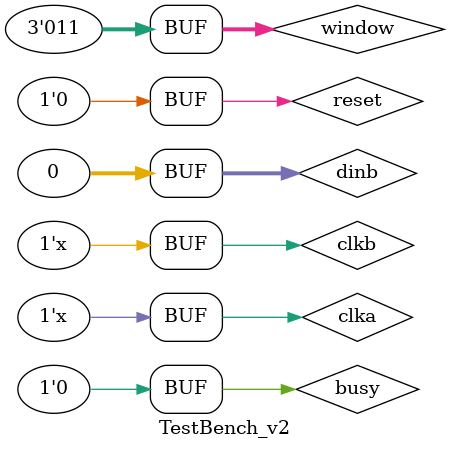
<source format=v>
`timescale 1ns / 1ps


module TestBench_v2;

	// Inputs
	reg reset;
	reg clkb;
	reg go;
	reg [2:0] window;
	reg busy;
	wire [31:0] doutb;
	
	
	reg [31:0] dinb;

	// Outputs
	wire enb;
	wire [3:0] web;
	wire [31:0] addrb;
	wire done;
	wire [31:0] din_fifo;
	wire wr_en_fifo;
	
	reg clka;
	reg [3:0] wea;
	reg [31:0] addra;
	wire [31:0] douta;
	reg [31:0] dina;
	reg ena;
	
	reg [31:0] counter;
	reg [31:0] read_counter;

	// Instantiate the Unit Under Test (UUT)
	bram_dm uut (
		.reset(reset), 
		.clkb(clkb), 
		.enb(enb), 
		.web(web), 
		.addrb(addrb), 
		.go(go), 
		.window(window), 
		.busy(busy), 
		.doutb(doutb), 
		.done(done),
		.wr_en_fifo(wr_en_fifo),
		.din_fifo(din_fifo)
	);

	initial begin
		// Initialize Inputs
		reset = 1;
		clka = 0;
		ena = 0;
		addra = 0;
		dina = 0;
		clkb = 0;
		//enb = 0;
		//addrb = 0;
		dinb = 0;
		go = 0;
		window = 3;
		busy = 1;

		// Wait 100 ns for global reset to finish
		#100;
		reset = 0;
	//	enb = 1;
		ena = 1;
		busy = 0;
	end
	
	//reg [24 : 0] num_pixel_count;
	
	always #5 clka = ~clka;
	always #5 clkb = ~clkb;
   
	always @(posedge clka)
	begin
		if(reset) begin
			counter <= #1 0;
			read_counter <= #1 0;
			wea <= #1 'b0000;
			addra <= #1 -1;
			wea <= #2 'b1111;
		end
		else begin
			dina <= #1 1;
			counter <= #1 counter + 1;
			wea <= #1 15;
			addra <= #1 counter;
			
			if (addra == 252)
				dina <= #1 'hDEADBEEF;
			
			if (counter == 640 * 7) begin
				ena <= #1 0;
				go <= #1 1;
				counter <= #1 counter;
			end
			
//			if (counter == 640 * 7) begin
//				wea <= #1 0;
//				read_counter <= read_counter + 1;
//				addra <= #1 read_counter;
////				addra <= #1 252;
//				if (read_counter == 640 * 7) begin
//					ena <= #1 0;
//					go <= #1 1;
//					read_counter<= #1 read_counter;
//				end
//			end			
		end
	end
	
bram mybram (
  .clka(clka), // input clka
  .ena(ena), // input ena
  .wea(wea), // input [3 : 0] wea
  .addra(addra), // input [31 : 0] addra
  .dina(dina), // input [31 : 0] dina
  .douta(douta), // output [31 : 0] douta
  .clkb(clkb), // input clkb
  .enb(enb), // input enb
  .web(web), // input [3 : 0] web
  .addrb(addrb), // input [31 : 0] addrb
  .dinb(dinb), // input [31 : 0] dinb
  .doutb(doutb) // output [31 : 0] doutb
);
     
endmodule


</source>
